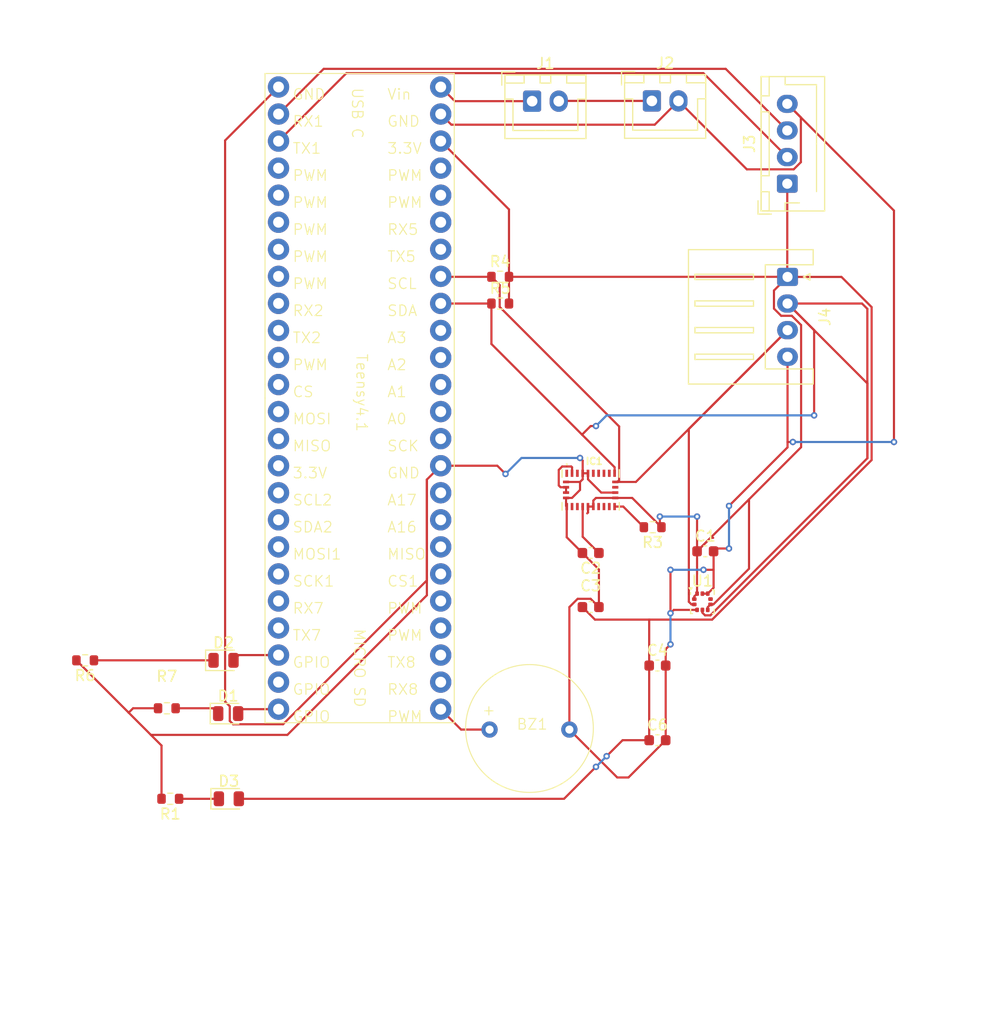
<source format=kicad_pcb>
(kicad_pcb (version 20241229) (generator "pcbnew") (generator_version "9.0")
  (layers (0 "F.Cu" signal) (2 "B.Cu" signal) (13 "F.Paste" user) (15 "B.Paste" user) (5 "F.SilkS" user "F.Silkscreen") (7 "B.SilkS" user "B.Silkscreen") (1 "F.Mask" user) (3 "B.Mask" user) (25 "Edge.Cuts" user))
  (net 0 "")
  (net 1 "+3.3V")
  (net 2 "GND")
  (net 3 "Net-(IC1-CAP)")
  (net 4 "Net-(D1-A)")
  (net 5 "Net-(D1-K)")
  (net 6 "Net-(D2-A)")
  (net 7 "Net-(D2-K)")
  (net 8 "Net-(D3-K)")
  (net 9 "Net-(J1-Pin_1)")
  (net 10 "+5V")
  (net 11 "/TX")
  (net 12 "/SCL")
  (net 13 "/SDA")
  (net 14 "Net-(IC1-ENV_SCL_)")
  (net 26 "/RX")
  (net 48 "Net-(BZ1-+)")
  (footprint "Capacitor_SMD:C_0603_1608Metric" (layer "F.Cu") (at 154.5 101.42 180)
    (property "Reference" "C2" (at 0 -1.43 0) (layer "F.SilkS"))
    (property "Value" "100nF")
    (pad "1" smd roundrect (at -0.775 0 180) (size 0.9 0.95) (layers "F.Cu" "F.Mask" "F.Paste") (net 3 "Net-(IC1-CAP)"))
    (pad "2" smd roundrect (at 0.775 0 180) (size 0.9 0.95) (layers "F.Cu" "F.Mask" "F.Paste") (net 2 "GND"))
  )
  (footprint "Capacitor_SMD:C_0603_1608Metric" (layer "F.Cu") (at 160.775 111.99)
    (property "Reference" "C4" (at 0 -1.43 0) (layer "F.SilkS"))
    (property "Value" "100nF")
    (pad "1" smd roundrect (at -0.775 0) (size 0.9 0.95) (layers "F.Cu" "F.Mask" "F.Paste") (net 1 "+3.3V"))
    (pad "2" smd roundrect (at 0.775 0) (size 0.9 0.95) (layers "F.Cu" "F.Mask" "F.Paste") (net 2 "GND"))
  )
  (footprint "LED_SMD:LED_0805_2012Metric" (layer "F.Cu") (at 120 111.5)
    (property "Reference" "D2" (at 0 -1.65 0) (layer "F.SilkS"))
    (property "Value" "SENS")
    (pad "1" smd roundrect (at -0.9375 0) (size 0.975 1.4) (layers "F.Cu" "F.Mask" "F.Paste") (net 7 "Net-(D2-K)"))
    (pad "2" smd roundrect (at 0.9375 0) (size 0.975 1.4) (layers "F.Cu" "F.Mask" "F.Paste") (net 6 "Net-(D2-A)"))
  )
  (footprint "Connector_JST:JST_XH_B4B-XH-AM_1x04_P2.50mm_Vertical" (layer "F.Cu") (at 172.975 66.75 90)
    (property "Reference" "J3" (at 3.75 -3.55 90) (layer "F.SilkS"))
    (property "Value" "Conn_01x04")
    (pad "" np_thru_hole circle (at -1.6 2 90) (size 1.2 1.2) (drill 1.2) (layers "*.Cu" "*.Mask"))
    (pad "1" thru_hole roundrect (at 0 0 90) (size 1.7 1.95) (drill 0.95) (layers "*.Cu" "*.Mask") (roundrect_rratio 0.147059) (net 1 "+3.3V"))
    (pad "2" thru_hole oval (at 2.5 0 90) (size 1.7 1.95) (drill 0.95) (layers "*.Cu" "*.Mask") (net 11 "/TX"))
    (pad "3" thru_hole oval (at 5 0 90) (size 1.7 1.95) (drill 0.95) (layers "*.Cu" "*.Mask") (net 26 "/RX"))
    (pad "4" thru_hole oval (at 7.5 0 90) (size 1.7 1.95) (drill 0.95) (layers "*.Cu" "*.Mask") (net 2 "GND"))
  )
  (footprint "LED_SMD:LED_0805_2012Metric" (layer "F.Cu") (at 120.4375 116.5)
    (property "Reference" "D1" (at 0 -1.65 0) (layer "F.SilkS"))
    (property "Value" "GPS")
    (pad "1" smd roundrect (at -0.9375 0) (size 0.975 1.4) (layers "F.Cu" "F.Mask" "F.Paste") (net 5 "Net-(D1-K)"))
    (pad "2" smd roundrect (at 0.9375 0) (size 0.975 1.4) (layers "F.Cu" "F.Mask" "F.Paste") (net 4 "Net-(D1-A)"))
  )
  (footprint "LED_SMD:LED_0805_2012Metric" (layer "F.Cu") (at 120.5 124.5)
    (property "Reference" "D3" (at 0 -1.65 0) (layer "F.SilkS"))
    (property "Value" "LED")
    (pad "1" smd roundrect (at -0.9375 0) (size 0.975 1.4) (layers "F.Cu" "F.Mask" "F.Paste") (net 8 "Net-(D3-K)"))
    (pad "2" smd roundrect (at 0.9375 0) (size 0.975 1.4) (layers "F.Cu" "F.Mask" "F.Paste") (net 1 "+3.3V"))
  )
  (footprint "Connector_JST:JST_XH_S4B-XH-A_1x04_P2.50mm_Horizontal" (layer "F.Cu") (at 173 75.5 -90)
    (property "Reference" "J4" (at 3.75 -3.51 90) (layer "F.SilkS"))
    (property "Value" "I2C")
    (pad "1" thru_hole roundrect (at 0 0 270) (size 1.7 1.95) (drill 0.95) (layers "*.Cu" "*.Mask") (roundrect_rratio 0.147059) (net 1 "+3.3V"))
    (pad "2" thru_hole oval (at 2.5 0 270) (size 1.7 1.95) (drill 0.95) (layers "*.Cu" "*.Mask") (net 13 "/SDA"))
    (pad "3" thru_hole oval (at 5 0 270) (size 1.7 1.95) (drill 0.95) (layers "*.Cu" "*.Mask") (net 12 "/SCL"))
    (pad "4" thru_hole oval (at 7.5 0 270) (size 1.7 1.95) (drill 0.95) (layers "*.Cu" "*.Mask") (net 2 "GND"))
  )
  (footprint "Resistor_SMD:R_0603_1608Metric" (layer "F.Cu") (at 160.325 99 180)
    (property "Reference" "R3" (at 0 -1.43 0) (layer "F.SilkS"))
    (property "Value" "10k")
    (pad "1" smd roundrect (at -0.825 0 180) (size 0.8 0.95) (layers "F.Cu" "F.Mask" "F.Paste") (net 1 "+3.3V"))
    (pad "2" smd roundrect (at 0.825 0 180) (size 0.8 0.95) (layers "F.Cu" "F.Mask" "F.Paste") (net 14 "Net-(IC1-ENV_SCL_)"))
  )
  (footprint "adaafruitBuzzer:Adafruit_Buzzer" (layer "F.Cu") (at 149 118)
    (property "Reference" "BZ1" (at 0 -0.5 0) (layer "F.SilkS") (effects (font (thickness 0.1))))
    (property "Value" "Buzzer")
    (fp_text user "+" (at -4.75 -1.25 0) (layer "F.SilkS") (effects (font (thickness 0.1)) (justify left bottom)))
    (pad "1" thru_hole circle (at -4 0) (size 1.524 1.524) (drill 0.762) (layers "*.Cu" "*.Mask") (net 48 "Net-(BZ1-+)"))
    (pad "2" thru_hole circle (at 3.5 0) (size 1.524 1.524) (drill 0.762) (layers "*.Cu" "*.Mask") (net 2 "GND"))
  )
  (footprint "Resistor_SMD:R_0603_1608Metric" (layer "F.Cu") (at 115 124.5 180)
    (property "Reference" "R1" (at 0 -1.43 0) (layer "F.SilkS"))
    (property "Value" "560")
    (pad "1" smd roundrect (at -0.825 0 180) (size 0.8 0.95) (layers "F.Cu" "F.Mask" "F.Paste") (net 8 "Net-(D3-K)"))
    (pad "2" smd roundrect (at 0.825 0 180) (size 0.8 0.95) (layers "F.Cu" "F.Mask" "F.Paste") (net 2 "GND"))
  )
  (footprint "footprint:teensy" (layer "F.Cu") (at 132.79 86.8775)
    (property "Reference" "Teensy4.1" (at 0.2 -0.5 270) (layer "F.SilkS") (effects (font (thickness 0.1))))
    (property "Value" "~")
    (fp_text user "A2" (at 2.54 -2.54 0) (layer "F.SilkS") (effects (font (thickness 0.1)) (justify left bottom)))
    (fp_text user "USB C" (at -0.8 -29.2 270) (layer "F.SilkS") (effects (font (thickness 0.1)) (justify left bottom)))
    (fp_text user "PWM" (at -6.35 -20.32 0) (layer "F.SilkS") (effects (font (thickness 0.1)) (justify left bottom)))
    (fp_text user "A0" (at 2.54 2.54 0) (layer "F.SilkS") (effects (font (thickness 0.1)) (justify left bottom)))
    (fp_text user "A17" (at 2.54 10.16 0) (layer "F.SilkS") (effects (font (thickness 0.1)) (justify left bottom)))
    (fp_text user "GPIO" (at -6.35 30.48 0) (layer "F.SilkS") (effects (font (thickness 0.1)) (justify left bottom)))
    (fp_text user "TX1" (at -6.35 -22.86 0) (layer "F.SilkS") (effects (font (thickness 0.1)) (justify left bottom)))
    (fp_text user "Vin" (at 2.54 -27.94 0) (layer "F.SilkS") (effects (font (thickness 0.1)) (justify left bottom)))
    (fp_text user "PWM" (at -6.35 -2.54 0) (layer "F.SilkS") (effects (font (thickness 0.1)) (justify left bottom)))
    (fp_text user "RX1" (at -6.35 -25.4 0) (layer "F.SilkS") (effects (font (thickness 0.1)) (justify left bottom)))
    (fp_text user "3.3V" (at 2.54 -22.86 0) (layer "F.SilkS") (effects (font (thickness 0.1)) (justify left bottom)))
    (fp_text user "A16" (at 2.54 12.7 0) (layer "F.SilkS") (effects (font (thickness 0.1)) (justify left bottom)))
    (fp_text user "SCK1" (at -6.35 17.78 0) (layer "F.SilkS") (effects (font (thickness 0.1)) (justify left bottom)))
    (fp_text user "SCL" (at 2.54 -10.16 0) (layer "F.SilkS") (effects (font (thickness 0.1)) (justify left bottom)))
    (fp_text user "PWM" (at -6.35 -12.7 0) (layer "F.SilkS") (effects (font (thickness 0.1)) (justify left bottom)))
    (fp_text user "CS1" (at 2.54 17.78 0) (layer "F.SilkS") (effects (font (thickness 0.1)) (justify left bottom)))
    (fp_text user "PWM" (at 2.54 20.32 0) (layer "F.SilkS") (effects (font (thickness 0.1)) (justify left bottom)))
    (fp_text user "RX8" (at 2.54 27.94 0) (layer "F.SilkS") (effects (font (thickness 0.1)) (justify left bottom)))
    (fp_text user "SDA" (at 2.54 -7.62 0) (layer "F.SilkS") (effects (font (thickness 0.1)) (justify left bottom)))
    (fp_text user "TX5" (at 2.54 -12.7 0) (layer "F.SilkS") (effects (font (thickness 0.1)) (justify left bottom)))
    (fp_text user "MOSI" (at -6.35 2.54 0) (layer "F.SilkS") (effects (font (thickness 0.1)) (justify left bottom)))
    (fp_text user "SCK" (at 2.54 5.08 0) (layer "F.SilkS") (effects (font (thickness 0.1)) (justify left bottom)))
    (fp_text user "GND" (at 2.54 -25.4 0) (layer "F.SilkS") (effects (font (thickness 0.1)) (justify left bottom)))
    (fp_text user "RX7" (at -6.35 20.32 0) (layer "F.SilkS") (effects (font (thickness 0.1)) (justify left bottom)))
    (fp_text user "A3" (at 2.54 -5.08 0) (layer "F.SilkS") (effects (font (thickness 0.1)) (justify left bottom)))
    (fp_text user "MICRO SD" (at -0.6 21.59 270) (layer "F.SilkS") (effects (font (thickness 0.1)) (justify left bottom)))
    (fp_text user "PWM" (at 2.54 30.48 0) (layer "F.SilkS") (effects (font (thickness 0.1)) (justify left bottom)))
    (fp_text user "3.3V" (at -6.35 7.62 0) (layer "F.SilkS") (effects (font (thickness 0.1)) (justify left bottom)))
    (fp_text user "TX8" (at 2.54 25.4 0) (layer "F.SilkS") (effects (font (thickness 0.1)) (justify left bottom)))
    (fp_text user "PWM" (at -6.35 -17.78 0) (layer "F.SilkS") (effects (font (thickness 0.1)) (justify left bottom)))
    (fp_text user "SCL2" (at -6.35 10.16 0) (layer "F.SilkS") (effects (font (thickness 0.1)) (justify left bottom)))
    (fp_text user "MISO" (at -6.35 5.08 0) (layer "F.SilkS") (effects (font (thickness 0.1)) (justify left bottom)))
    (fp_text user "TX7" (at -6.35 22.86 0) (layer "F.SilkS") (effects (font (thickness 0.1)) (justify left bottom)))
    (fp_text user "PWM" (at 2.54 -20.32 0) (layer "F.SilkS") (effects (font (thickness 0.1)) (justify left bottom)))
    (fp_text user "GND" (at 2.54 7.62 0) (layer "F.SilkS") (effects (font (thickness 0.1)) (justify left bottom)))
    (fp_text user "CS" (at -6.35 0 0) (layer "F.SilkS") (effects (font (thickness 0.1)) (justify left bottom)))
    (fp_text user "RX5" (at 2.54 -15.24 0) (layer "F.SilkS") (effects (font (thickness 0.1)) (justify left bottom)))
    (fp_text user "RX2" (at -6.35 -7.62 0) (layer "F.SilkS") (effects (font (thickness 0.1)) (justify left bottom)))
    (fp_text user "GPIO" (at -6.35 27.94 0) (layer "F.SilkS") (effects (font (thickness 0.1)) (justify left bottom)))
    (fp_text user "GND" (at -6.35 -27.94 0) (layer "F.SilkS") (effects (font (thickness 0.1)) (justify left bottom)))
    (fp_text user "PWM" (at -6.35 -15.24 0) (layer "F.SilkS") (effects (font (thickness 0.1)) (justify left bottom)))
    (fp_text user "A1" (at 2.54 0 0) (layer "F.SilkS") (effects (font (thickness 0.1)) (justify left bottom)))
    (fp_text user "MOSI1" (at -6.35 15.24 0) (layer "F.SilkS") (effects (font (thickness 0.1)) (justify left bottom)))
    (fp_text user "PWM" (at 2.54 -17.78 0) (layer "F.SilkS") (effects (font (thickness 0.1)) (justify left bottom)))
    (fp_text user "GPIO" (at -6.35 25.4 0) (layer "F.SilkS") (effects (font (thickness 0.1)) (justify left bottom)))
    (fp_text user "PWM" (at -6.35 -10.16 0) (layer "F.SilkS") (effects (font (thickness 0.1)) (justify left bottom)))
    (fp_text user "MISO" (at 2.54 15.24 0) (layer "F.SilkS") (effects (font (thickness 0.1)) (justify left bottom)))
    (fp_text user "SDA2" (at -6.35 12.7 0) (layer "F.SilkS") (effects (font (thickness 0.1)) (justify left bottom)))
    (fp_text user "TX2" (at -6.35 -5.08 0) (layer "F.SilkS") (effects (font (thickness 0.1)) (justify left bottom)))
    (fp_text user "PWM" (at 2.54 22.86 0) (layer "F.SilkS") (effects (font (thickness 0.1)) (justify left bottom)))
    (pad "0" thru_hole circle (at -7.62 -26.67) (size 2 2) (drill 1.02) (layers "*.Cu" "*.Mask") (net 26 "/RX"))
    (pad "1" thru_hole circle (at -7.62 -24.13) (size 2 2) (drill 1.02) (layers "*.Cu" "*.Mask") (net 11 "/TX"))
    (pad "2" thru_hole circle (at -7.62 -21.59) (size 2 2) (drill 1.02) (layers "*.Cu" "*.Mask"))
    (pad "3" thru_hole circle (at -7.62 -19.05) (size 2 2) (drill 1.02) (layers "*.Cu" "*.Mask"))
    (pad "3V" thru_hole circle (at -7.62 6.35) (size 2 2) (drill 1.02) (layers "*.Cu" "*.Mask"))
    (pad "3V1" thru_hole circle (at 7.62 -24.13) (size 2 2) (drill 1.02) (layers "*.Cu" "*.Mask") (net 1 "+3.3V"))
    (pad "4" thru_hole circle (at -7.62 -16.51) (size 2 2) (drill 1.02) (layers "*.Cu" "*.Mask"))
    (pad "5" thru_hole circle (at -7.62 -13.97) (size 2 2) (drill 1.02) (layers "*.Cu" "*.Mask"))
    (pad "5V" thru_hole circle (at 7.62 -29.21) (size 2 2) (drill 1.02) (layers "*.Cu" "*.Mask") (net 9 "Net-(J1-Pin_1)"))
    (pad "6" thru_hole circle (at -7.62 -11.43) (size 2 2) (drill 1.02) (layers "*.Cu" "*.Mask"))
    (pad "7" thru_hole circle (at -7.62 -8.89) (size 2 2) (drill 1.02) (layers "*.Cu" "*.Mask"))
    (pad "8" thru_hole circle (at -7.62 -6.35) (size 2 2) (drill 1.02) (layers "*.Cu" "*.Mask"))
    (pad "9" thru_hole circle (at -7.62 -3.81) (size 2 2) (drill 1.02) (layers "*.Cu" "*.Mask"))
    (pad "10" thru_hole circle (at -7.62 -1.27) (size 2 2) (drill 1.02) (layers "*.Cu" "*.Mask"))
    (pad "11" thru_hole circle (at -7.62 1.27) (size 2 2) (drill 1.02) (layers "*.Cu" "*.Mask"))
    (pad "12" thru_hole circle (at -7.62 3.81) (size 2 2) (drill 1.02) (layers "*.Cu" "*.Mask"))
    (pad "13" thru_hole circle (at 7.62 3.81) (size 2 2) (drill 1.02) (layers "*.Cu" "*.Mask"))
    (pad "14" thru_hole circle (at 7.62 1.27) (size 2 2) (drill 1.02) (layers "*.Cu" "*.Mask"))
    (pad "15" thru_hole circle (at 7.62 -1.27) (size 2 2) (drill 1.02) (layers "*.Cu" "*.Mask"))
    (pad "16" thru_hole circle (at 7.62 -3.81) (size 2 2) (drill 1.02) (layers "*.Cu" "*.Mask"))
    (pad "17" thru_hole circle (at 7.62 -6.35) (size 2 2) (drill 1.02) (layers "*.Cu" "*.Mask"))
    (pad "18" thru_hole circle (at 7.62 -8.89) (size 2 2) (drill 1.02) (layers "*.Cu" "*.Mask") (net 13 "/SDA"))
    (pad "19" thru_hole circle (at 7.62 -11.43) (size 2 2) (drill 1.02) (layers "*.Cu" "*.Mask") (net 12 "/SCL"))
    (pad "20" thru_hole circle (at 7.62 -13.97) (size 2 2) (drill 1.02) (layers "*.Cu" "*.Mask"))
    (pad "21" thru_hole circle (at 7.62 -16.51) (size 2 2) (drill 1.02) (layers "*.Cu" "*.Mask"))
    (pad "22" thru_hole circle (at 7.62 -19.05) (size 2 2) (drill 1.02) (layers "*.Cu" "*.Mask"))
    (pad "23" thru_hole circle (at 7.62 -21.59) (size 2 2) (drill 1.02) (layers "*.Cu" "*.Mask"))
    (pad "24" thru_hole circle (at -7.62 8.89) (size 2 2) (drill 1.02) (layers "*.Cu" "*.Mask"))
    (pad "25" thru_hole circle (at -7.62 11.43) (size 2 2) (drill 1.02) (layers "*.Cu" "*.Mask"))
    (pad "26" thru_hole circle (at -7.62 13.97) (size 2 2) (drill 1.02) (layers "*.Cu" "*.Mask"))
    (pad "27" thru_hole circle (at -7.62 16.51) (size 2 2) (drill 1.02) (layers "*.Cu" "*.Mask"))
    (pad "28" thru_hole circle (at -7.62 19.05) (size 2 2) (drill 1.02) (layers "*.Cu" "*.Mask"))
    (pad "29" thru_hole circle (at -7.62 21.59) (size 2 2) (drill 1.02) (layers "*.Cu" "*.Mask"))
    (pad "30" thru_hole circle (at -7.62 24.13) (size 2 2) (drill 1.02) (layers "*.Cu" "*.Mask") (net 6 "Net-(D2-A)"))
    (pad "31" thru_hole circle (at -7.62 26.67) (size 2 2) (drill 1.02) (layers "*.Cu" "*.Mask"))
    (pad "32" thru_hole circle (at -7.62 29.21) (size 2 2) (drill 1.02) (layers "*.Cu" "*.Mask") (net 4 "Net-(D1-A)"))
    (pad "33" thru_hole circle (at 7.62 29.21) (size 2 2) (drill 1.02) (layers "*.Cu" "*.Mask") (net 48 "Net-(BZ1-+)"))
    (pad "34" thru_hole circle (at 7.62 26.67) (size 2 2) (drill 1.02) (layers "*.Cu" "*.Mask"))
    (pad "35" thru_hole circle (at 7.62 24.13) (size 2 2) (drill 1.02) (layers "*.Cu" "*.Mask"))
    (pad "36" thru_hole circle (at 7.62 21.59) (size 2 2) (drill 1.02) (layers "*.Cu" "*.Mask"))
    (pad "37" thru_hole circle (at 7.62 19.05) (size 2 2) (drill 1.02) (layers "*.Cu" "*.Mask"))
    (pad "38" thru_hole circle (at 7.62 16.51) (size 2 2) (drill 1.02) (layers "*.Cu" "*.Mask"))
    (pad "39" thru_hole circle (at 7.62 13.97) (size 2 2) (drill 1.02) (layers "*.Cu" "*.Mask"))
    (pad "40" thru_hole circle (at 7.62 11.43) (size 2 2) (drill 1.02) (layers "*.Cu" "*.Mask"))
    (pad "41" thru_hole circle (at 7.62 8.89) (size 2 2) (drill 1.02) (layers "*.Cu" "*.Mask"))
    (pad "G" thru_hole circle (at -7.62 -29.21) (size 2 2) (drill 1.02) (layers "*.Cu" "*.Mask") (net 2 "GND"))
    (pad "G1" thru_hole circle (at 7.62 -26.67) (size 2 2) (drill 1.02) (layers "*.Cu" "*.Mask") (net 2 "GND"))
    (pad "G2" thru_hole circle (at 7.62 6.35) (size 2 2) (drill 1.02) (layers "*.Cu" "*.Mask") (net 2 "GND"))
  )
  (footprint "BNO085:IC_BNO085" (layer "F.Cu") (at 154.5 95.5)
    (property "Reference" "IC1" (at 0.332 -2.6936 0) (layer "F.SilkS") (effects (font (size 0.64 0.64))))
    (property "Value" "BNO085")
    (pad "1" smd rect (at -2.25 -1.5625) (size 0.25 0.675) (layers "F.Cu" "F.Mask" "F.Paste"))
    (pad "2" smd rect (at -2.3125 -0.75) (size 0.575 0.25) (layers "F.Cu" "F.Mask" "F.Paste") (net 2 "GND"))
    (pad "3" smd rect (at -2.3125 -0.25) (size 0.575 0.25) (layers "F.Cu" "F.Mask" "F.Paste") (net 1 "+3.3V"))
    (pad "4" smd rect (at -2.3125 0.25) (size 0.575 0.25) (layers "F.Cu" "F.Mask" "F.Paste") (net 1 "+3.3V"))
    (pad "5" smd rect (at -2.3125 0.75) (size 0.575 0.25) (layers "F.Cu" "F.Mask" "F.Paste") (net 2 "GND"))
    (pad "6" smd rect (at -2.25 1.5625) (size 0.25 0.675) (layers "F.Cu" "F.Mask" "F.Paste") (net 2 "GND"))
    (pad "7" smd rect (at -1.75 1.5625) (size 0.25 0.675) (layers "F.Cu" "F.Mask" "F.Paste"))
    (pad "8" smd rect (at -1.25 1.5625) (size 0.25 0.675) (layers "F.Cu" "F.Mask" "F.Paste"))
    (pad "9" smd rect (at -0.75 1.5625) (size 0.25 0.675) (layers "F.Cu" "F.Mask" "F.Paste") (net 3 "Net-(IC1-CAP)"))
    (pad "10" smd rect (at -0.25 1.5625) (size 0.25 0.675) (layers "F.Cu" "F.Mask" "F.Paste") (net 1 "+3.3V"))
    (pad "11" smd rect (at 0.25 1.5625) (size 0.25 0.675) (layers "F.Cu" "F.Mask" "F.Paste") (net 1 "+3.3V"))
    (pad "12" smd rect (at 0.75 1.5625) (size 0.25 0.675) (layers "F.Cu" "F.Mask" "F.Paste"))
    (pad "13" smd rect (at 1.25 1.5625) (size 0.25 0.675) (layers "F.Cu" "F.Mask" "F.Paste"))
    (pad "14" smd rect (at 1.75 1.5625) (size 0.25 0.675) (layers "F.Cu" "F.Mask" "F.Paste"))
    (pad "15" smd rect (at 2.25 1.5625) (size 0.25 0.675) (layers "F.Cu" "F.Mask" "F.Paste") (net 14 "Net-(IC1-ENV_SCL_)"))
    (pad "16" smd rect (at 2.3125 0.75) (size 0.575 0.25) (layers "F.Cu" "F.Mask" "F.Paste") (net 1 "+3.3V"))
    (pad "17" smd rect (at 2.3125 0.25) (size 0.575 0.25) (layers "F.Cu" "F.Mask" "F.Paste") (net 2 "GND"))
    (pad "18" smd rect (at 2.3125 -0.25) (size 0.575 0.25) (layers "F.Cu" "F.Mask" "F.Paste"))
    (pad "19" smd rect (at 2.3125 -0.75) (size 0.575 0.25) (layers "F.Cu" "F.Mask" "F.Paste") (net 12 "/SCL"))
    (pad "20" smd rect (at 2.25 -1.5625) (size 0.25 0.675) (layers "F.Cu" "F.Mask" "F.Paste") (net 13 "/SDA"))
    (pad "21" smd rect (at 1.75 -1.5625) (size 0.25 0.675) (layers "F.Cu" "F.Mask" "F.Paste"))
    (pad "22" smd rect (at 1.25 -1.5625) (size 0.25 0.675) (layers "F.Cu" "F.Mask" "F.Paste"))
    (pad "23" smd rect (at 0.75 -1.5625) (size 0.25 0.675) (layers "F.Cu" "F.Mask" "F.Paste"))
    (pad "24" smd rect (at 0.25 -1.5625) (size 0.25 0.675) (layers "F.Cu" "F.Mask" "F.Paste"))
    (pad "25" smd rect (at -0.25 -1.5625) (size 0.25 0.675) (layers "F.Cu" "F.Mask" "F.Paste") (net 2 "GND"))
    (pad "26" smd rect (at -0.75 -1.5625) (size 0.25 0.675) (layers "F.Cu" "F.Mask" "F.Paste") (net 2 "GND"))
    (pad "27" smd rect (at -1.25 -1.5625) (size 0.25 0.675) (layers "F.Cu" "F.Mask" "F.Paste"))
    (pad "28" smd rect (at -1.75 -1.5625) (size 0.25 0.675) (layers "F.Cu" "F.Mask" "F.Paste") (net 1 "+3.3V"))
  )
  (footprint "Resistor_SMD:R_0603_1608Metric" (layer "F.Cu") (at 114.675 116 180)
    (property "Reference" "R7" (at 0 3 0) (layer "F.SilkS"))
    (property "Value" "560")
    (pad "1" smd roundrect (at -0.825 0 180) (size 0.8 0.95) (layers "F.Cu" "F.Mask" "F.Paste") (net 5 "Net-(D1-K)"))
    (pad "2" smd roundrect (at 0.825 0 180) (size 0.8 0.95) (layers "F.Cu" "F.Mask" "F.Paste") (net 2 "GND"))
  )
  (footprint "Resistor_SMD:R_0603_1608Metric" (layer "F.Cu") (at 146 75.49)
    (property "Reference" "R4" (at 0 -1.43 0) (layer "F.SilkS"))
    (property "Value" "5.1k")
    (pad "1" smd roundrect (at -0.825 0) (size 0.8 0.95) (layers "F.Cu" "F.Mask" "F.Paste") (net 12 "/SCL"))
    (pad "2" smd roundrect (at 0.825 0) (size 0.8 0.95) (layers "F.Cu" "F.Mask" "F.Paste") (net 1 "+3.3V"))
  )
  (footprint "Capacitor_SMD:C_0603_1608Metric" (layer "F.Cu") (at 154.5 106.5)
    (property "Reference" "C3" (at 0 -2 0) (layer "F.SilkS"))
    (property "Value" "100nF")
    (pad "1" smd roundrect (at -0.775 0) (size 0.9 0.95) (layers "F.Cu" "F.Mask" "F.Paste") (net 1 "+3.3V"))
    (pad "2" smd roundrect (at 0.775 0) (size 0.9 0.95) (layers "F.Cu" "F.Mask" "F.Paste") (net 2 "GND"))
  )
  (footprint "Package_LGA:ST_HLGA-10_2x2mm_P0.5mm_LayoutBorder3x2y" (layer "F.Cu") (at 165 106)
    (property "Reference" "U1" (at 0 -1.95 0) (layer "F.SilkS"))
    (property "Value" "LPS22HH")
    (pad "1" smd roundrect (at -0.7625 -0.25) (size 0.425 0.35) (layers "F.Cu" "F.Mask" "F.Paste") (net 1 "+3.3V"))
    (pad "2" smd roundrect (at -0.7625 0.25) (size 0.425 0.35) (layers "F.Cu" "F.Mask" "F.Paste") (net 12 "/SCL"))
    (pad "3" smd roundrect (at -0.5 0.7625) (size 0.35 0.425) (layers "F.Cu" "F.Mask" "F.Paste") (net 2 "GND"))
    (pad "4" smd roundrect (at 0 0.7625) (size 0.35 0.425) (layers "F.Cu" "F.Mask" "F.Paste") (net 13 "/SDA"))
    (pad "5" smd roundrect (at 0.5 0.7625) (size 0.35 0.425) (layers "F.Cu" "F.Mask" "F.Paste") (net 1 "+3.3V"))
    (pad "6" smd roundrect (at 0.7625 0.25) (size 0.425 0.35) (layers "F.Cu" "F.Mask" "F.Paste") (net 1 "+3.3V"))
    (pad "7" smd roundrect (at 0.7625 -0.25) (size 0.425 0.35) (layers "F.Cu" "F.Mask" "F.Paste"))
    (pad "8" smd roundrect (at 0.5 -0.7625) (size 0.35 0.425) (layers "F.Cu" "F.Mask" "F.Paste") (net 2 "GND"))
    (pad "9" smd roundrect (at 0 -0.7625) (size 0.35 0.425) (layers "F.Cu" "F.Mask" "F.Paste") (net 2 "GND"))
    (pad "10" smd roundrect (at -0.5 -0.7625) (size 0.35 0.425) (layers "F.Cu" "F.Mask" "F.Paste") (net 1 "+3.3V"))
  )
  (footprint "Resistor_SMD:R_0603_1608Metric" (layer "F.Cu") (at 107 111.5 180)
    (property "Reference" "R6" (at 0 -1.43 0) (layer "F.SilkS"))
    (property "Value" "560")
    (pad "1" smd roundrect (at -0.825 0 180) (size 0.8 0.95) (layers "F.Cu" "F.Mask" "F.Paste") (net 7 "Net-(D2-K)"))
    (pad "2" smd roundrect (at 0.825 0 180) (size 0.8 0.95) (layers "F.Cu" "F.Mask" "F.Paste") (net 2 "GND"))
  )
  (footprint "Capacitor_SMD:C_0603_1608Metric" (layer "F.Cu") (at 165.275 101.2625)
    (property "Reference" "C1" (at 0 -1.43 0) (layer "F.SilkS"))
    (property "Value" "100nF")
    (pad "1" smd roundrect (at -0.775 0) (size 0.9 0.95) (layers "F.Cu" "F.Mask" "F.Paste") (net 1 "+3.3V"))
    (pad "2" smd roundrect (at 0.775 0) (size 0.9 0.95) (layers "F.Cu" "F.Mask" "F.Paste") (net 2 "GND"))
  )
  (footprint "Resistor_SMD:R_0603_1608Metric" (layer "F.Cu") (at 146 78)
    (property "Reference" "R5" (at 0 -1.43 0) (layer "F.SilkS"))
    (property "Value" "5.1k")
    (pad "1" smd roundrect (at -0.825 0) (size 0.8 0.95) (layers "F.Cu" "F.Mask" "F.Paste") (net 13 "/SDA"))
    (pad "2" smd roundrect (at 0.825 0) (size 0.8 0.95) (layers "F.Cu" "F.Mask" "F.Paste") (net 1 "+3.3V"))
  )
  (footprint "Connector_JST:JST_XH_B2B-XH-A_1x02_P2.50mm_Vertical" (layer "F.Cu") (at 160.25 58.975)
    (property "Reference" "J2" (at 1.25 -3.55 0) (layer "F.SilkS"))
    (property "Value" "Conn_01x02")
    (pad "1" thru_hole roundrect (at 0 0) (size 1.7 2) (drill 1) (layers "*.Cu" "*.Mask") (roundrect_rratio 0.147059) (net 10 "+5V"))
    (pad "2" thru_hole oval (at 2.5 0) (size 1.7 2) (drill 1) (layers "*.Cu" "*.Mask") (net 2 "GND"))
  )
  (footprint "Connector_JST:JST_XH_B2B-XH-A_1x02_P2.50mm_Vertical" (layer "F.Cu") (at 149 59)
    (property "Reference" "J1" (at 1.25 -3.55 0) (layer "F.SilkS"))
    (property "Value" "Conn_01x02")
    (pad "1" thru_hole roundrect (at 0 0) (size 1.7 2) (drill 1) (layers "*.Cu" "*.Mask") (roundrect_rratio 0.147059) (net 9 "Net-(J1-Pin_1)"))
    (pad "2" thru_hole oval (at 2.5 0) (size 1.7 2) (drill 1) (layers "*.Cu" "*.Mask") (net 10 "+5V"))
  )
  (footprint "Capacitor_SMD:C_0603_1608Metric" (layer "F.Cu") (at 160.775 119)
    (property "Reference" "C6" (at 0 -1.43 0) (layer "F.SilkS"))
    (property "Value" "100nF")
    (pad "1" smd roundrect (at -0.775 0) (size 0.9 0.95) (layers "F.Cu" "F.Mask" "F.Paste") (net 1 "+3.3V"))
    (pad "2" smd roundrect (at 0.775 0) (size 0.9 0.95) (layers "F.Cu" "F.Mask" "F.Paste") (net 2 "GND"))
  )
  (segment (start 165.7625 106.25) (end 166.026848 106.25) (width 0.2) (layer "F.Cu") (net 1))
  (segment (start 154.25 97.0625) (end 154.75 97.0625) (width 0.2) (layer "F.Cu") (net 1))
  (segment (start 160 107.677) (end 165.916948 107.677) (width 0.2) (layer "F.Cu") (net 1))
  (segment (start 160 111.99) (end 160 107.677) (width 0.2) (layer "F.Cu") (net 1))
  (segment (start 151.824 93.299) (end 152.676 93.299) (width 0.2) (layer "F.Cu") (net 1))
  (segment (start 151.5 95.077) (end 151.5 93.623) (width 0.2) (layer "F.Cu") (net 1))
  (segment (start 154.25 97.627) (end 154.25 97.0625) (width 0.2) (layer "F.Cu") (net 1))
  (segment (start 146.825 78) (end 146.825 75.49) (width 0.2) (layer "F.Cu") (net 1))
  (segment (start 171.724 78.47676) (end 171.724 76.776) (width 0.2) (layer "F.Cu") (net 1))
  (segment (start 172.99 75.49) (end 173 75.5) (width 0.2) (layer "F.Cu") (net 1))
  (segment (start 174.276 91.4865) (end 174.276 80.02324) (width 0.2) (layer "F.Cu") (net 1))
  (segment (start 161 98.85) (end 161.15 99) (width 0.2) (layer "F.Cu") (net 1))
  (segment (start 169.38125 96.38125) (end 174.276 91.4865) (width 0.2) (layer "F.Cu") (net 1))
  (segment (start 164.2375 105.5) (end 164.5 105.2375) (width 0.2) (layer "F.Cu") (net 1))
  (segment (start 172.975 75.475) (end 173 75.5) (width 0.2) (layer "F.Cu") (net 1))
  (segment (start 169.38125 102.895598) (end 169.38125 96.38125) (width 0.2) (layer "F.Cu") (net 1))
  (segment (start 161.15 99) (end 158.4 96.25) (width 0.2) (layer "F.Cu") (net 1))
  (segment (start 160 111.99) (end 160 119) (width 0.2) (layer "F.Cu") (net 1))
  (segment (start 166.01261 100) (end 165.7625 100) (width 0.2) (layer "F.Cu") (net 1))
  (segment (start 165.916948 107.677) (end 180.901 92.692948) (width 0.2) (layer "F.Cu") (net 1))
  (segment (start 153.725 106.5) (end 154.902 107.677) (width 0.2) (layer "F.Cu") (net 1))
  (segment (start 154.902 107.677) (end 160 107.677) (width 0.2) (layer "F.Cu") (net 1))
  (segment (start 146.825 75.49) (end 172.99 75.49) (width 0.2) (layer "F.Cu") (net 1))
  (segment (start 172.975 66.75) (end 173 66.775) (width 0.2) (layer "F.Cu") (net 1))
  (segment (start 152.676 93.299) (end 152.75 93.373) (width 0.2) (layer "F.Cu") (net 1))
  (segment (start 152 124.5) (end 121.4375 124.5) (width 0.2) (layer "F.Cu") (net 1))
  (segment (start 152.1875 95.25) (end 151.673 95.25) (width 0.2) (layer "F.Cu") (net 1))
  (segment (start 164.2375 105.75) (end 164.2375 105.5) (width 0.2) (layer "F.Cu") (net 1))
  (segment (start 146.825 75.49) (end 146.825 69.1625) (width 0.2) (layer "F.Cu") (net 1))
  (segment (start 165.5 106.5125) (end 165.7625 106.25) (width 0.2) (layer "F.Cu") (net 1))
  (segment (start 166.026848 106.25) (end 169.38125 102.895598) (width 0.2) (layer "F.Cu") (net 1))
  (segment (start 152.1875 95.25) (end 152.1875 95.75) (width 0.2) (layer "F.Cu") (net 1))
  (segment (start 157.5 119) (end 156 120.5) (width 0.2) (layer "F.Cu") (net 1))
  (segment (start 161 98) (end 161 98.85) (width 0.2) (layer "F.Cu") (net 1))
  (segment (start 180.901 78.3339) (end 178.0671 75.5) (width 0.2) (layer "F.Cu") (net 1))
  (segment (start 171.724 76.776) (end 173 75.5) (width 0.2) (layer "F.Cu") (net 1))
  (segment (start 172.39824 79.151) (end 171.724 78.47676) (width 0.2) (layer "F.Cu") (net 1))
  (segment (start 158.4 96.25) (end 156.8125 96.25) (width 0.2) (layer "F.Cu") (net 1))
  (segment (start 151.5 93.623) (end 151.824 93.299) (width 0.2) (layer "F.Cu") (net 1))
  (segment (start 156.8125 96.25) (end 154.998 96.25) (width 0.2) (layer "F.Cu") (net 1))
  (segment (start 164.5 101.2625) (end 164.5 105.2375) (width 0.2) (layer "F.Cu") (net 1))
  (segment (start 154.176 97.701) (end 154.25 97.627) (width 0.2) (layer "F.Cu") (net 1))
  (segment (start 151.673 95.25) (end 151.5 95.077) (width 0.2) (layer "F.Cu") (net 1))
  (segment (start 165.7625 100) (end 164.5 101.2625) (width 0.2) (layer "F.Cu") (net 1))
  (segment (start 154.998 96.25) (end 154.75 96.498) (width 0.2) (layer "F.Cu") (net 1))
  (segment (start 164.5 101.2625) (end 164.5 98) (width 0.2) (layer "F.Cu") (net 1))
  (segment (start 160 119) (end 157.5 119) (width 0.2) (layer "F.Cu") (net 1))
  (segment (start 180.901 92.692948) (end 180.901 78.3339) (width 0.2) (layer "F.Cu") (net 1))
  (segment (start 154.75 96.498) (end 154.75 97.0625) (width 0.2) (layer "F.Cu") (net 1))
  (segment (start 173.40376 79.151) (end 172.39824 79.151) (width 0.2) (layer "F.Cu") (net 1))
  (segment (start 146.825 69.1625) (end 140.41 62.7475) (width 0.2) (layer "F.Cu") (net 1))
  (segment (start 164.5 101.2625) (end 169.38125 96.38125) (width 0.2) (layer "F.Cu") (net 1))
  (segment (start 155 121.5) (end 152 124.5) (width 0.2) (layer "F.Cu") (net 1))
  (segment (start 165.5 106.7625) (end 165.5 106.5125) (width 0.2) (layer "F.Cu") (net 1))
  (segment (start 172.975 66.75) (end 172.975 75.475) (width 0.2) (layer "F.Cu") (net 1))
  (segment (start 174.276 80.02324) (end 173.40376 79.151) (width 0.2) (layer "F.Cu") (net 1))
  (segment (start 178.0671 75.5) (end 173 75.5) (width 0.2) (layer "F.Cu") (net 1))
  (segment (start 152.75 93.373) (end 152.75 93.9375) (width 0.2) (layer "F.Cu") (net 1))
  (via (at 161 98) (size 0.6) (drill 0.3) (layers "F.Cu" "B.Cu") (net 1))
  (via (at 155 121.5) (size 0.6) (drill 0.3) (layers "F.Cu" "B.Cu") (net 1))
  (via (at 164.5 98) (size 0.6) (drill 0.3) (layers "F.Cu" "B.Cu") (net 1))
  (via (at 156 120.5) (size 0.6) (drill 0.3) (layers "F.Cu" "B.Cu") (net 1))
  (segment (start 156 120.5) (end 155 121.5) (width 0.2) (layer "B.Cu") (net 1))
  (segment (start 164.5 98) (end 161 98) (width 0.2) (layer "B.Cu") (net 1))
  (segment (start 161.55 110.45) (end 161.55 111.99) (width 0.2) (layer "F.Cu") (net 2))
  (segment (start 120.149 115.373854) (end 120.5865 115.811354) (width 0.2) (layer "F.Cu") (net 2))
  (segment (start 114.175 119.5) (end 113.175 118.5) (width 0.2) (layer "F.Cu") (net 2))
  (segment (start 111.0875 116.4125) (end 106.175 111.5) (width 0.2) (layer "F.Cu") (net 2))
  (segment (start 173 91) (end 173 91.5) (width 0.2) (layer "F.Cu") (net 2))
  (segment (start 166.3125 101) (end 166.05 101.2625) (width 0.2) (layer "F.Cu") (net 2))
  (segment (start 141.41 61.2075) (end 140.41 60.2075) (width 0.2) (layer "F.Cu") (net 2))
  (segment (start 166.05 104.6875) (end 165.5 105.2375) (width 0.2) (layer "F.Cu") (net 2))
  (segment (start 174.251 60.526) (end 174.251 64.72676) (width 0.2) (layer "F.Cu") (net 2))
  (segment (start 164.5 106.7625) (end 162.3145 106.7625) (width 0.2) (layer "F.Cu") (net 2))
  (segment (start 162.75 58.975) (end 160.5175 61.2075) (width 0.2) (layer "F.Cu") (net 2))
  (segment (start 157 122.5) (end 152.5 118) (width 0.2) (layer "F.Cu") (net 2))
  (segment (start 125.17 57.6675) (end 120.149 62.6885) (width 0.2) (layer "F.Cu") (net 2))
  (segment (start 173 83) (end 173 91) (width 0.2) (layer "F.Cu") (net 2))
  (segment (start 161.55 119) (end 161.55 111.99) (width 0.2) (layer "F.Cu") (net 2))
  (segment (start 120.5865 115.811354) (end 120.5865 117.188646) (width 0.2) (layer "F.Cu") (net 2))
  (segment (start 162 107.077) (end 162 103) (width 0.2) (layer "F.Cu") (net 2))
  (segment (start 139.109 105.391) (end 126 118.5) (width 0.2) (layer "F.Cu") (net 2))
  (segment (start 162 110) (end 161.55 110.45) (width 0.2) (layer "F.Cu") (net 2))
  (segment (start 139.109 94.5285) (end 140.41 93.2275) (width 0.2) (layer "F.Cu") (net 2))
  (segment (start 113.85 116) (end 111.5 116) (width 0.2) (layer "F.Cu") (net 2))
  (segment (start 120.898854 117.501) (end 125.596392 117.501) (width 0.2) (layer "F.Cu") (net 2))
  (segment (start 126 118.5) (end 113.175 118.5) (width 0.2) (layer "F.Cu") (net 2))
  (segment (start 158.05 122.5) (end 157 122.5) (width 0.2) (layer "F.Cu") (net 2))
  (segment (start 166.05 103) (end 166.05 104.6875) (width 0.2) (layer "F.Cu") (net 2))
  (segment (start 153.75 94.502) (end 153.502 94.75) (width 0.2) (layer "F.Cu") (net 2))
  (segment (start 153.502 95.498) (end 153.502 94.75) (width 0.2) (layer "F.Cu") (net 2))
  (segment (start 153.75 93.9375) (end 153.75 94.502) (width 0.2) (layer "F.Cu") (net 2))
  (segment (start 154.499 105.724) (end 155.275 106.5) (width 0.2) (layer "F.Cu") (net 2))
  (segment (start 153.27589 105.724) (end 154.499 105.724) (width 0.2) (layer "F.Cu") (net 2))
  (segment (start 183 69.275) (end 183 91) (width 0.2) (layer "F.Cu") (net 2))
  (segment (start 165.1 103) (end 166.05 103) (width 0.2) (layer "F.Cu") (net 2))
  (segment (start 173 91.5) (end 167.5 97) (width 0.2) (layer "F.Cu") (net 2))
  (segment (start 155.275 106.5) (end 155.275 102.97) (width 0.2) (layer "F.Cu") (net 2))
  (segment (start 167.5 101) (end 166.3125 101) (width 0.2) (layer "F.Cu") (net 2))
  (segment (start 153.75 93.9375) (end 154.25 93.9375) (width 0.2) (layer "F.Cu") (net 2))
  (segment (start 125.596392 117.501) (end 139.109 103.988392) (width 0.2) (layer "F.Cu") (net 2))
  (segment (start 160.5175 61.2075) (end 141.41 61.2075) (width 0.2) (layer "F.Cu") (net 2))
  (segment (start 152.1875 97) (end 152.25 97.0625) (width 0.2) (layer "F.Cu") (net 2))
  (segment (start 156.8125 95.75) (end 155.498 95.75) (width 0.2) (layer "F.Cu") (net 2))
  (segment (start 173.57676 65.401) (end 169.176 65.401) (width 0.2) (layer "F.Cu") (net 2))
  (segment (start 114.175 124.5) (end 114.175 119.5) (width 0.2) (layer "F.Cu") (net 2))
  (segment (start 145.7275 93.2275) (end 146.5 94) (width 0.2) (layer "F.Cu") (net 2))
  (segment (start 155.498 95.75) (end 154.25 94.502) (width 0.2) (layer "F.Cu") (net 2))
  (segment (start 111.5 116) (end 111.0875 116.4125) (width 0.2) (layer "F.Cu") (net 2))
  (segment (start 152.25 97.0625) (end 152.25 99.945) (width 0.2) (layer "F.Cu") (net 2))
  (segment (start 152.5 106.49989) (end 153.27589 105.724) (width 0.2) (layer "F.Cu") (net 2))
  (segment (start 162.3145 106.7625) (end 162 107.077) (width 0.2) (layer "F.Cu") (net 2))
  (segment (start 120.5865 117.188646) (end 120.898854 117.501) (width 0.2) (layer "F.Cu") (net 2))
  (segment (start 165.5 105.2375) (end 165 105.2375) (width 0.2) (layer "F.Cu") (net 2))
  (segment (start 172.975 59.25) (end 174.251 60.526) (width 0.2) (layer "F.Cu") (net 2))
  (segment (start 161.55 119) (end 158.05 122.5) (width 0.2) (layer "F.Cu") (net 2))
  (segment (start 166.05 101.2625) (end 166.05 103) (width 0.2) (layer "F.Cu") (net 2))
  (segment (start 152.1875 96.25) (end 152.75 96.25) (width 0.2) (layer "F.Cu") (net 2))
  (segment (start 154.25 94.502) (end 154.25 93.9375) (width 0.2) (layer "F.Cu") (net 2))
  (segment (start 139.109 94.5285) (end 139.109 105.391) (width 0.2) (layer "F.Cu") (net 2))
  (segment (start 140.41 93.2275) (end 145.7275 93.2275) (width 0.2) (layer "F.Cu") (net 2))
  (segment (start 155.275 102.97) (end 153.725 101.42) (width 0.2) (layer "F.Cu") (net 2))
  (segment (start 152.5 118) (end 152.5 106.49989) (width 0.2) (layer "F.Cu") (net 2))
  (segment (start 113.175 118.5) (end 111.0875 116.4125) (width 0.2) (layer "F.Cu") (net 2))
  (segment (start 174.251 64.72676) (end 173.57676 65.401) (width 0.2) (layer "F.Cu") (net 2))
  (segment (start 153.75 92.75) (end 153.75 93.9375) (width 0.2) (layer "F.Cu") (net 2))
  (segment (start 152.75 96.25) (end 153.502 95.498) (width 0.2) (layer "F.Cu") (net 2))
  (segment (start 169.176 65.401) (end 162.75 58.975) (width 0.2) (layer "F.Cu") (net 2))
  (segment (start 152.25 99.945) (end 153.725 101.42) (width 0.2) (layer "F.Cu") (net 2))
  (segment (start 153.502 94.75) (end 152.1875 94.75) (width 0.2) (layer "F.Cu") (net 2))
  (segment (start 152.1875 96.25) (end 152.1875 97) (width 0.2) (layer "F.Cu") (net 2))
  (segment (start 173.5 91) (end 173 91) (width 0.2) (layer "F.Cu") (net 2))
  (segment (start 172.975 59.25) (end 183 69.275) (width 0.2) (layer "F.Cu") (net 2))
  (segment (start 153.5 92.5) (end 153.75 92.75) (width 0.2) (layer "F.Cu") (net 2))
  (segment (start 139.109 103.988392) (end 139.109 94.5285) (width 0.2) (layer "F.Cu") (net 2))
  (segment (start 120.149 62.6885) (end 120.149 115.373854) (width 0.2) (layer "F.Cu") (net 2))
  (via (at 167.5 97) (size 0.6) (drill 0.3) (layers "F.Cu" "B.Cu") (net 2))
  (via (at 146.5 94) (size 0.6) (drill 0.3) (layers "F.Cu" "B.Cu") (net 2))
  (via (at 153.5 92.5) (size 0.6) (drill 0.3) (layers "F.Cu" "B.Cu") (net 2))
  (via (at 173.5 91) (size 0.6) (drill 0.3) (layers "F.Cu" "B.Cu") (net 2))
  (via (at 162 110) (size 0.6) (drill 0.3) (layers "F.Cu" "B.Cu") (net 2))
  (via (at 162 107.077) (size 0.6) (drill 0.3) (layers "F.Cu" "B.Cu") (net 2))
  (via (at 167.5 101) (size 0.6) (drill 0.3) (layers "F.Cu" "B.Cu") (net 2))
  (via (at 183 91) (size 0.6) (drill 0.3) (layers "F.Cu" "B.Cu") (net 2))
  (via (at 162 103) (size 0.6) (drill 0.3) (layers "F.Cu" "B.Cu") (net 2))
  (via (at 165.1 103) (size 0.6) (drill 0.3) (layers "F.Cu" "B.Cu") (net 2))
  (segment (start 167.5 97) (end 167.5 101) (width 0.2) (layer "B.Cu") (net 2))
  (segment (start 173.5 91) (end 174 91) (width 0.2) (layer "B.Cu") (net 2))
  (segment (start 162 107.077) (end 162 110) (width 0.2) (layer "B.Cu") (net 2))
  (segment (start 148 92.5) (end 153.5 92.5) (width 0.2) (layer "B.Cu") (net 2))
  (segment (start 162 103) (end 165.1 103) (width 0.2) (layer "B.Cu") (net 2))
  (segment (start 146.5 94) (end 148 92.5) (width 0.2) (layer "B.Cu") (net 2))
  (segment (start 183 91) (end 173.5 91) (width 0.2) (layer "B.Cu") (net 2))
  (segment (start 153.75 99.895) (end 153.75 97.0625) (width 0.2) (layer "F.Cu") (net 3))
  (segment (start 153.725 97.0875) (end 153.75 97.0625) (width 0.2) (layer "F.Cu") (net 3))
  (segment (start 155.275 101.42) (end 153.75 99.895) (width 0.2) (layer "F.Cu") (net 3))
  (segment (start 125.17 116.0875) (end 121.7875 116.0875) (width 0.2) (layer "F.Cu") (net 4))
  (segment (start 121.7875 116.0875) (end 121.375 116.5) (width 0.2) (layer "F.Cu") (net 4))
  (segment (start 119 116) (end 115.5 116) (width 0.2) (layer "F.Cu") (net 5))
  (segment (start 119.5 116.5) (end 119 116) (width 0.2) (layer "F.Cu") (net 5))
  (segment (start 121.43 111.0075) (end 120.9375 111.5) (width 0.2) (layer "F.Cu") (net 6))
  (segment (start 125.17 111.0075) (end 121.43 111.0075) (width 0.2) (layer "F.Cu") (net 6))
  (segment (start 119.0625 111.5) (end 107.825 111.5) (width 0.2) (layer "F.Cu") (net 7))
  (segment (start 119.5625 124.5) (end 115.825 124.5) (width 0.2) (layer "F.Cu") (net 8))
  (segment (start 140.41 57.6675) (end 141.7425 59) (width 0.2) (layer "F.Cu") (net 9))
  (segment (start 141.7425 59) (end 149 59) (width 0.2) (layer "F.Cu") (net 9))
  (segment (start 160.25 58.975) (end 151.525 58.975) (width 0.2) (layer "F.Cu") (net 10))
  (segment (start 151.525 58.975) (end 151.5 59) (width 0.2) (layer "F.Cu") (net 10))
  (segment (start 131.551 56.3665) (end 125.17 62.7475) (width 0.2) (layer "F.Cu") (net 11))
  (segment (start 165.0915 56.3665) (end 131.551 56.3665) (width 0.2) (layer "F.Cu") (net 11))
  (segment (start 172.975 64.25) (end 165.0915 56.3665) (width 0.2) (layer "F.Cu") (net 11))
  (segment (start 124.9225 62.5) (end 125.17 62.7475) (width 0.2) (layer "B.Cu") (net 11))
  (segment (start 145.951 78.315064) (end 145.951 76.266) (width 0.2) (layer "F.Cu") (net 12))
  (segment (start 163.973152 106.25) (end 163.724 106.000848) (width 0.2) (layer "F.Cu") (net 12))
  (segment (start 163.724 106.000848) (end 163.724 89.776) (width 0.2) (layer "F.Cu") (net 12))
  (segment (start 157.176 89.540064) (end 145.951 78.315064) (width 0.2) (layer "F.Cu") (net 12))
  (segment (start 163.724 89.776) (end 173 80.5) (width 0.2) (layer "F.Cu") (net 12))
  (segment (start 145.951 76.266) (end 145.175 75.49) (width 0.2) (layer "F.Cu") (net 12))
  (segment (start 156.8125 94.75) (end 157.002 94.75) (width 0.2) (layer "F.Cu") (net 12))
  (segment (start 173 80.5) (end 158.75 94.75) (width 0.2) (layer "F.Cu") (net 12))
  (segment (start 164.2375 106.25) (end 163.973152 106.25) (width 0.2) (layer "F.Cu") (net 12))
  (segment (start 145.175 75.49) (end 140.4525 75.49) (width 0.2) (layer "F.Cu") (net 12))
  (segment (start 157.176 94.576) (end 157.176 89.540064) (width 0.2) (layer "F.Cu") (net 12))
  (segment (start 158.75 94.75) (end 156.8125 94.75) (width 0.2) (layer "F.Cu") (net 12))
  (segment (start 157.002 94.75) (end 157.176 94.576) (width 0.2) (layer "F.Cu") (net 12))
  (segment (start 140.4525 75.49) (end 140.41 75.4475) (width 0.2) (layer "F.Cu") (net 12))
  (segment (start 153.6885 90.3115) (end 145.175 81.798) (width 0.2) (layer "F.Cu") (net 13))
  (segment (start 145.175 81.798) (end 145.175 78) (width 0.2) (layer "F.Cu") (net 13))
  (segment (start 165.750848 107.276) (end 180.5 92.526848) (width 0.2) (layer "F.Cu") (net 13))
  (segment (start 165 106.7625) (end 165 107.026848) (width 0.2) (layer "F.Cu") (net 13))
  (segment (start 155 89.5) (end 154.5 89.5) (width 0.2) (layer "F.Cu") (net 13))
  (segment (start 156.75 93.9375) (end 156.75 93.373) (width 0.2) (layer "F.Cu") (net 13))
  (segment (start 154.5 89.5) (end 153.6885 90.3115) (width 0.2) (layer "F.Cu") (net 13))
  (segment (start 165 107.026848) (end 165.249152 107.276) (width 0.2) (layer "F.Cu") (net 13))
  (segment (start 173 78) (end 175.5 80.5) (width 0.2) (layer "F.Cu") (net 13))
  (segment (start 180.5 85.5) (end 180.5 92.526848) (width 0.2) (layer "F.Cu") (net 13))
  (segment (start 145.175 78) (end 140.4225 78) (width 0.2) (layer "F.Cu") (net 13))
  (segment (start 173 78) (end 180.5 85.5) (width 0.2) (layer "F.Cu") (net 13))
  (segment (start 180 78) (end 173 78) (width 0.2) (layer "F.Cu") (net 13))
  (segment (start 180.5 92.526848) (end 180.5 78.5) (width 0.2) (layer "F.Cu") (net 13))
  (segment (start 156.75 93.373) (end 153.6885 90.3115) (width 0.2) (layer "F.Cu") (net 13))
  (segment (start 165.249152 107.276) (end 165.750848 107.276) (width 0.2) (layer "F.Cu") (net 13))
  (segment (start 180.5 78.5) (end 180 78) (width 0.2) (layer "F.Cu") (net 13))
  (segment (start 140.4225 78) (end 140.41 77.9875) (width 0.2) (layer "F.Cu") (net 13))
  (segment (start 175.5 80.5) (end 175.5 88.5) (width 0.2) (layer "F.Cu") (net 13))
  (via (at 155 89.5) (size 0.6) (drill 0.3) (layers "F.Cu" "B.Cu") (net 13))
  (via (at 175.5 88.5) (size 0.6) (drill 0.3) (layers "F.Cu" "B.Cu") (net 13))
  (segment (start 175.5 88.5) (end 156 88.5) (width 0.2) (layer "B.Cu") (net 13))
  (segment (start 156 88.5) (end 155 89.5) (width 0.2) (layer "B.Cu") (net 13))
  (segment (start 157.5625 97.0625) (end 156.75 97.0625) (width 0.2) (layer "F.Cu") (net 14))
  (segment (start 159.5 99) (end 157.5625 97.0625) (width 0.2) (layer "F.Cu") (net 14))
  (segment (start 129.412 55.9655) (end 125.17 60.2075) (width 0.2) (layer "F.Cu") (net 26))
  (segment (start 167.1905 55.9655) (end 129.412 55.9655) (width 0.2) (layer "F.Cu") (net 26))
  (segment (start 172.975 61.75) (end 167.1905 55.9655) (width 0.2) (layer "F.Cu") (net 26))
  (segment (start 145 118) (end 142.3225 118) (width 0.2) (layer "F.Cu") (net 48))
  (segment (start 142.3225 118) (end 140.41 116.0875) (width 0.2) (layer "F.Cu") (net 48))
)
</source>
